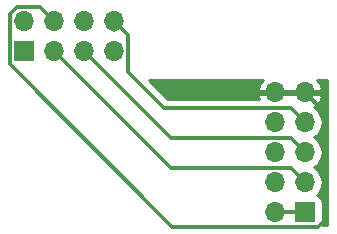
<source format=gbl>
G04 #@! TF.FileFunction,Copper,L2,Bot,Signal*
%FSLAX46Y46*%
G04 Gerber Fmt 4.6, Leading zero omitted, Abs format (unit mm)*
G04 Created by KiCad (PCBNEW 4.0.7) date Monday, 04 '04e' September '04e' 2017, 13:38:34*
%MOMM*%
%LPD*%
G01*
G04 APERTURE LIST*
%ADD10C,0.100000*%
%ADD11R,1.700000X1.700000*%
%ADD12O,1.700000X1.700000*%
%ADD13C,0.300000*%
%ADD14C,0.254000*%
G04 APERTURE END LIST*
D10*
D11*
X144620000Y-94740000D03*
D12*
X144620000Y-92200000D03*
X147160000Y-94740000D03*
X147160000Y-92200000D03*
X149700000Y-94740000D03*
X149700000Y-92200000D03*
X152240000Y-94740000D03*
X152240000Y-92200000D03*
D11*
X168400000Y-108400000D03*
D12*
X165860000Y-108400000D03*
X168400000Y-105860000D03*
X165860000Y-105860000D03*
X168400000Y-103320000D03*
X165860000Y-103320000D03*
X168400000Y-100780000D03*
X165860000Y-100780000D03*
X168400000Y-98240000D03*
X165860000Y-98240000D03*
D13*
X170300000Y-108830002D02*
X170300000Y-100140000D01*
X170300000Y-100140000D02*
X168400000Y-98240000D01*
X147160000Y-92200000D02*
X145959999Y-90999999D01*
X145959999Y-90999999D02*
X144043999Y-90999999D01*
X144043999Y-90999999D02*
X143419999Y-91623999D01*
X143419999Y-95870001D02*
X157149999Y-109600001D01*
X143419999Y-91623999D02*
X143419999Y-95870001D01*
X157149999Y-109600001D02*
X169530001Y-109600001D01*
X169530001Y-109600001D02*
X170300000Y-108830002D01*
X165860000Y-98240000D02*
X168400000Y-98240000D01*
X168400000Y-108400000D02*
X165860000Y-108400000D01*
X153440001Y-96540001D02*
X156479999Y-99579999D01*
X156479999Y-99579999D02*
X167199999Y-99579999D01*
X167199999Y-99579999D02*
X167550001Y-99930001D01*
X167550001Y-99930001D02*
X168400000Y-100780000D01*
X152240000Y-92200000D02*
X153440001Y-93400001D01*
X153440001Y-93400001D02*
X153440001Y-96540001D01*
X152240000Y-92200000D02*
X152240000Y-92963998D01*
X147160000Y-94740000D02*
X157079999Y-104659999D01*
X157079999Y-104659999D02*
X167199999Y-104659999D01*
X167199999Y-104659999D02*
X167550001Y-105010001D01*
X167550001Y-105010001D02*
X168400000Y-105860000D01*
X149700000Y-94740000D02*
X157079999Y-102119999D01*
X157079999Y-102119999D02*
X167199999Y-102119999D01*
X167199999Y-102119999D02*
X167550001Y-102470001D01*
X167550001Y-102470001D02*
X168400000Y-103320000D01*
D14*
G36*
X164588355Y-97473076D02*
X164418524Y-97883110D01*
X164539845Y-98113000D01*
X165733000Y-98113000D01*
X165733000Y-98093000D01*
X165987000Y-98093000D01*
X165987000Y-98113000D01*
X168273000Y-98113000D01*
X168273000Y-98093000D01*
X168527000Y-98093000D01*
X168527000Y-98113000D01*
X169720155Y-98113000D01*
X169841476Y-97883110D01*
X169671645Y-97473076D01*
X169431895Y-97210000D01*
X170290000Y-97210000D01*
X170290000Y-109490000D01*
X169848839Y-109490000D01*
X169897440Y-109250000D01*
X169897440Y-107550000D01*
X169853162Y-107314683D01*
X169714090Y-107098559D01*
X169501890Y-106953569D01*
X169434459Y-106939914D01*
X169479147Y-106910054D01*
X169801054Y-106428285D01*
X169914093Y-105860000D01*
X169801054Y-105291715D01*
X169479147Y-104809946D01*
X169149974Y-104590000D01*
X169479147Y-104370054D01*
X169801054Y-103888285D01*
X169914093Y-103320000D01*
X169801054Y-102751715D01*
X169479147Y-102269946D01*
X169149974Y-102050000D01*
X169479147Y-101830054D01*
X169801054Y-101348285D01*
X169914093Y-100780000D01*
X169801054Y-100211715D01*
X169479147Y-99729946D01*
X169138447Y-99502298D01*
X169281358Y-99435183D01*
X169671645Y-99006924D01*
X169841476Y-98596890D01*
X169720155Y-98367000D01*
X168527000Y-98367000D01*
X168527000Y-98387000D01*
X168273000Y-98387000D01*
X168273000Y-98367000D01*
X165987000Y-98367000D01*
X165987000Y-98387000D01*
X165733000Y-98387000D01*
X165733000Y-98367000D01*
X164539845Y-98367000D01*
X164418524Y-98596890D01*
X164500578Y-98794999D01*
X156805157Y-98794999D01*
X155220158Y-97210000D01*
X164828105Y-97210000D01*
X164588355Y-97473076D01*
X164588355Y-97473076D01*
G37*
X164588355Y-97473076D02*
X164418524Y-97883110D01*
X164539845Y-98113000D01*
X165733000Y-98113000D01*
X165733000Y-98093000D01*
X165987000Y-98093000D01*
X165987000Y-98113000D01*
X168273000Y-98113000D01*
X168273000Y-98093000D01*
X168527000Y-98093000D01*
X168527000Y-98113000D01*
X169720155Y-98113000D01*
X169841476Y-97883110D01*
X169671645Y-97473076D01*
X169431895Y-97210000D01*
X170290000Y-97210000D01*
X170290000Y-109490000D01*
X169848839Y-109490000D01*
X169897440Y-109250000D01*
X169897440Y-107550000D01*
X169853162Y-107314683D01*
X169714090Y-107098559D01*
X169501890Y-106953569D01*
X169434459Y-106939914D01*
X169479147Y-106910054D01*
X169801054Y-106428285D01*
X169914093Y-105860000D01*
X169801054Y-105291715D01*
X169479147Y-104809946D01*
X169149974Y-104590000D01*
X169479147Y-104370054D01*
X169801054Y-103888285D01*
X169914093Y-103320000D01*
X169801054Y-102751715D01*
X169479147Y-102269946D01*
X169149974Y-102050000D01*
X169479147Y-101830054D01*
X169801054Y-101348285D01*
X169914093Y-100780000D01*
X169801054Y-100211715D01*
X169479147Y-99729946D01*
X169138447Y-99502298D01*
X169281358Y-99435183D01*
X169671645Y-99006924D01*
X169841476Y-98596890D01*
X169720155Y-98367000D01*
X168527000Y-98367000D01*
X168527000Y-98387000D01*
X168273000Y-98387000D01*
X168273000Y-98367000D01*
X165987000Y-98367000D01*
X165987000Y-98387000D01*
X165733000Y-98387000D01*
X165733000Y-98367000D01*
X164539845Y-98367000D01*
X164418524Y-98596890D01*
X164500578Y-98794999D01*
X156805157Y-98794999D01*
X155220158Y-97210000D01*
X164828105Y-97210000D01*
X164588355Y-97473076D01*
G36*
X147287000Y-92073000D02*
X147307000Y-92073000D01*
X147307000Y-92327000D01*
X147287000Y-92327000D01*
X147287000Y-92347000D01*
X147033000Y-92347000D01*
X147033000Y-92327000D01*
X147013000Y-92327000D01*
X147013000Y-92073000D01*
X147033000Y-92073000D01*
X147033000Y-92053000D01*
X147287000Y-92053000D01*
X147287000Y-92073000D01*
X147287000Y-92073000D01*
G37*
X147287000Y-92073000D02*
X147307000Y-92073000D01*
X147307000Y-92327000D01*
X147287000Y-92327000D01*
X147287000Y-92347000D01*
X147033000Y-92347000D01*
X147033000Y-92327000D01*
X147013000Y-92327000D01*
X147013000Y-92073000D01*
X147033000Y-92073000D01*
X147033000Y-92053000D01*
X147287000Y-92053000D01*
X147287000Y-92073000D01*
M02*

</source>
